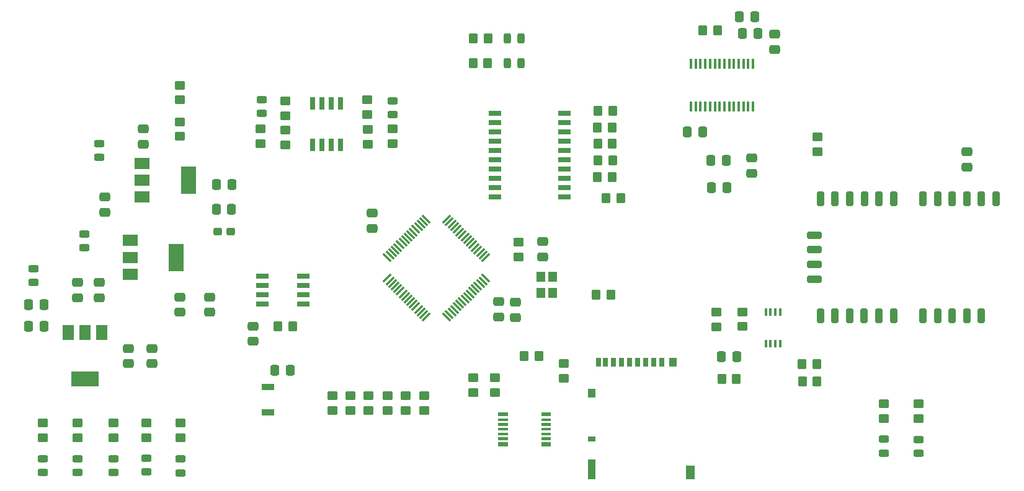
<source format=gbr>
%TF.GenerationSoftware,KiCad,Pcbnew,7.0.5*%
%TF.CreationDate,2023-09-20T17:29:03-06:00*%
%TF.ProjectId,TrustTracer_Rv1.28,54727573-7454-4726-9163-65725f527631,REV_1.28*%
%TF.SameCoordinates,Original*%
%TF.FileFunction,Paste,Top*%
%TF.FilePolarity,Positive*%
%FSLAX46Y46*%
G04 Gerber Fmt 4.6, Leading zero omitted, Abs format (unit mm)*
G04 Created by KiCad (PCBNEW 7.0.5) date 2023-09-20 17:29:03*
%MOMM*%
%LPD*%
G01*
G04 APERTURE LIST*
G04 Aperture macros list*
%AMRoundRect*
0 Rectangle with rounded corners*
0 $1 Rounding radius*
0 $2 $3 $4 $5 $6 $7 $8 $9 X,Y pos of 4 corners*
0 Add a 4 corners polygon primitive as box body*
4,1,4,$2,$3,$4,$5,$6,$7,$8,$9,$2,$3,0*
0 Add four circle primitives for the rounded corners*
1,1,$1+$1,$2,$3*
1,1,$1+$1,$4,$5*
1,1,$1+$1,$6,$7*
1,1,$1+$1,$8,$9*
0 Add four rect primitives between the rounded corners*
20,1,$1+$1,$2,$3,$4,$5,0*
20,1,$1+$1,$4,$5,$6,$7,0*
20,1,$1+$1,$6,$7,$8,$9,0*
20,1,$1+$1,$8,$9,$2,$3,0*%
%AMRotRect*
0 Rectangle, with rotation*
0 The origin of the aperture is its center*
0 $1 length*
0 $2 width*
0 $3 Rotation angle, in degrees counterclockwise*
0 Add horizontal line*
21,1,$1,$2,0,0,$3*%
G04 Aperture macros list end*
%ADD10C,0.010000*%
%ADD11RoundRect,0.243750X0.456250X-0.243750X0.456250X0.243750X-0.456250X0.243750X-0.456250X-0.243750X0*%
%ADD12RoundRect,0.250000X-0.350000X-0.450000X0.350000X-0.450000X0.350000X0.450000X-0.350000X0.450000X0*%
%ADD13RoundRect,0.250000X0.475000X-0.337500X0.475000X0.337500X-0.475000X0.337500X-0.475000X-0.337500X0*%
%ADD14R,0.450000X1.475000*%
%ADD15RoundRect,0.250000X-0.475000X0.337500X-0.475000X-0.337500X0.475000X-0.337500X0.475000X0.337500X0*%
%ADD16R,2.000000X1.500000*%
%ADD17R,2.000000X3.800000*%
%ADD18RoundRect,0.250000X0.450000X-0.350000X0.450000X0.350000X-0.450000X0.350000X-0.450000X-0.350000X0*%
%ADD19RoundRect,0.250000X-0.450000X0.350000X-0.450000X-0.350000X0.450000X-0.350000X0.450000X0.350000X0*%
%ADD20RoundRect,0.250000X0.337500X0.475000X-0.337500X0.475000X-0.337500X-0.475000X0.337500X-0.475000X0*%
%ADD21R,1.200000X1.400000*%
%ADD22R,0.700000X1.200000*%
%ADD23R,1.000000X1.200000*%
%ADD24R,1.000000X0.800000*%
%ADD25R,1.000000X2.800000*%
%ADD26R,1.300000X1.900000*%
%ADD27R,1.700000X0.900000*%
%ADD28RoundRect,0.250000X-0.337500X-0.475000X0.337500X-0.475000X0.337500X0.475000X-0.337500X0.475000X0*%
%ADD29R,1.700000X0.700000*%
%ADD30RoundRect,0.250000X0.350000X0.450000X-0.350000X0.450000X-0.350000X-0.450000X0.350000X-0.450000X0*%
%ADD31RoundRect,0.250000X-0.250000X0.750000X-0.250000X-0.750000X0.250000X-0.750000X0.250000X0.750000X0*%
%ADD32RoundRect,0.250000X0.750000X0.250000X-0.750000X0.250000X-0.750000X-0.250000X0.750000X-0.250000X0*%
%ADD33RotRect,0.300000X1.475000X315.000000*%
%ADD34RotRect,0.300000X1.475000X225.000000*%
%ADD35R,1.800000X0.650000*%
%ADD36RoundRect,0.243750X0.243750X0.456250X-0.243750X0.456250X-0.243750X-0.456250X0.243750X-0.456250X0*%
%ADD37R,1.500000X2.000000*%
%ADD38R,3.800000X2.000000*%
%ADD39RoundRect,0.250000X-0.312500X-0.275000X0.312500X-0.275000X0.312500X0.275000X-0.312500X0.275000X0*%
%ADD40R,0.400000X1.100000*%
%ADD41R,0.700000X1.700000*%
G04 APERTURE END LIST*
%TO.C,U6*%
D10*
X97700000Y-76200000D02*
X96450000Y-76200000D01*
X96450000Y-75700000D01*
X97700000Y-75700000D01*
X97700000Y-76200000D01*
G36*
X97700000Y-76200000D02*
G01*
X96450000Y-76200000D01*
X96450000Y-75700000D01*
X97700000Y-75700000D01*
X97700000Y-76200000D01*
G37*
X97700000Y-76850000D02*
X96450000Y-76850000D01*
X96450000Y-76550000D01*
X97700000Y-76550000D01*
X97700000Y-76850000D01*
G36*
X97700000Y-76850000D02*
G01*
X96450000Y-76850000D01*
X96450000Y-76550000D01*
X97700000Y-76550000D01*
X97700000Y-76850000D01*
G37*
X97700000Y-77500000D02*
X96450000Y-77500000D01*
X96450000Y-77200000D01*
X97700000Y-77200000D01*
X97700000Y-77500000D01*
G36*
X97700000Y-77500000D02*
G01*
X96450000Y-77500000D01*
X96450000Y-77200000D01*
X97700000Y-77200000D01*
X97700000Y-77500000D01*
G37*
X97700000Y-78150000D02*
X96450000Y-78150000D01*
X96450000Y-77850000D01*
X97700000Y-77850000D01*
X97700000Y-78150000D01*
G36*
X97700000Y-78150000D02*
G01*
X96450000Y-78150000D01*
X96450000Y-77850000D01*
X97700000Y-77850000D01*
X97700000Y-78150000D01*
G37*
X97700000Y-78800000D02*
X96450000Y-78800000D01*
X96450000Y-78500000D01*
X97700000Y-78500000D01*
X97700000Y-78800000D01*
G36*
X97700000Y-78800000D02*
G01*
X96450000Y-78800000D01*
X96450000Y-78500000D01*
X97700000Y-78500000D01*
X97700000Y-78800000D01*
G37*
X97700000Y-79450000D02*
X96450000Y-79450000D01*
X96450000Y-79150000D01*
X97700000Y-79150000D01*
X97700000Y-79450000D01*
G36*
X97700000Y-79450000D02*
G01*
X96450000Y-79450000D01*
X96450000Y-79150000D01*
X97700000Y-79150000D01*
X97700000Y-79450000D01*
G37*
X97700000Y-80300000D02*
X96450000Y-80300000D01*
X96450000Y-79800000D01*
X97700000Y-79800000D01*
X97700000Y-80300000D01*
G36*
X97700000Y-80300000D02*
G01*
X96450000Y-80300000D01*
X96450000Y-79800000D01*
X97700000Y-79800000D01*
X97700000Y-80300000D01*
G37*
X103550000Y-76200000D02*
X102300000Y-76200000D01*
X102300000Y-75700000D01*
X103550000Y-75700000D01*
X103550000Y-76200000D01*
G36*
X103550000Y-76200000D02*
G01*
X102300000Y-76200000D01*
X102300000Y-75700000D01*
X103550000Y-75700000D01*
X103550000Y-76200000D01*
G37*
X103550000Y-76850000D02*
X102300000Y-76850000D01*
X102300000Y-76550000D01*
X103550000Y-76550000D01*
X103550000Y-76850000D01*
G36*
X103550000Y-76850000D02*
G01*
X102300000Y-76850000D01*
X102300000Y-76550000D01*
X103550000Y-76550000D01*
X103550000Y-76850000D01*
G37*
X103550000Y-77500000D02*
X102300000Y-77500000D01*
X102300000Y-77200000D01*
X103550000Y-77200000D01*
X103550000Y-77500000D01*
G36*
X103550000Y-77500000D02*
G01*
X102300000Y-77500000D01*
X102300000Y-77200000D01*
X103550000Y-77200000D01*
X103550000Y-77500000D01*
G37*
X103550000Y-78150000D02*
X102300000Y-78150000D01*
X102300000Y-77850000D01*
X103550000Y-77850000D01*
X103550000Y-78150000D01*
G36*
X103550000Y-78150000D02*
G01*
X102300000Y-78150000D01*
X102300000Y-77850000D01*
X103550000Y-77850000D01*
X103550000Y-78150000D01*
G37*
X103550000Y-78800000D02*
X102300000Y-78800000D01*
X102300000Y-78500000D01*
X103550000Y-78500000D01*
X103550000Y-78800000D01*
G36*
X103550000Y-78800000D02*
G01*
X102300000Y-78800000D01*
X102300000Y-78500000D01*
X103550000Y-78500000D01*
X103550000Y-78800000D01*
G37*
X103550000Y-79450000D02*
X102300000Y-79450000D01*
X102300000Y-79150000D01*
X103550000Y-79150000D01*
X103550000Y-79450000D01*
G36*
X103550000Y-79450000D02*
G01*
X102300000Y-79450000D01*
X102300000Y-79150000D01*
X103550000Y-79150000D01*
X103550000Y-79450000D01*
G37*
X103550000Y-80300000D02*
X102300000Y-80300000D01*
X102300000Y-79800000D01*
X103550000Y-79800000D01*
X103550000Y-80300000D01*
G36*
X103550000Y-80300000D02*
G01*
X102300000Y-80300000D01*
X102300000Y-79800000D01*
X103550000Y-79800000D01*
X103550000Y-80300000D01*
G37*
%TD*%
D11*
%TO.C,D3*%
X42000000Y-40875000D03*
X42000000Y-39000000D03*
%TD*%
D12*
%TO.C,R30*%
X109811001Y-59629042D03*
X111811001Y-59629042D03*
%TD*%
D13*
%TO.C,C15*%
X131000000Y-43047159D03*
X131000000Y-40972159D03*
%TD*%
D11*
%TO.C,BP-ON1*%
X39000000Y-83937500D03*
X39000000Y-82062500D03*
%TD*%
D14*
%TO.C,IC1*%
X122750000Y-33938000D03*
X123400000Y-33938000D03*
X124050000Y-33938000D03*
X124700000Y-33938000D03*
X125350000Y-33938000D03*
X126000000Y-33938000D03*
X126650000Y-33938000D03*
X127300000Y-33938000D03*
X127950000Y-33938000D03*
X128600000Y-33938000D03*
X129250000Y-33938000D03*
X129900000Y-33938000D03*
X130550000Y-33938000D03*
X131200000Y-33938000D03*
X131200000Y-28062000D03*
X130550000Y-28062000D03*
X129900000Y-28062000D03*
X129250000Y-28062000D03*
X128600000Y-28062000D03*
X127950000Y-28062000D03*
X127300000Y-28062000D03*
X126650000Y-28062000D03*
X126000000Y-28062000D03*
X125350000Y-28062000D03*
X124700000Y-28062000D03*
X124050000Y-28062000D03*
X123400000Y-28062000D03*
X122750000Y-28062000D03*
%TD*%
D13*
%TO.C,C6*%
X48000000Y-39037500D03*
X48000000Y-36962500D03*
%TD*%
%TO.C,C20*%
X96472389Y-62686396D03*
X96472389Y-60611396D03*
%TD*%
D15*
%TO.C,C24*%
X39000000Y-57962500D03*
X39000000Y-60037500D03*
%TD*%
D16*
%TO.C,U4*%
X46181496Y-52230884D03*
X46181496Y-54530884D03*
D17*
X52481496Y-54530884D03*
D16*
X46181496Y-56830884D03*
%TD*%
D12*
%TO.C,R16*%
X126934440Y-71153992D03*
X128934440Y-71153992D03*
%TD*%
D11*
%TO.C,D5*%
X149073208Y-81288318D03*
X149073208Y-79413318D03*
%TD*%
D13*
%TO.C,C4*%
X49191666Y-69066508D03*
X49191666Y-66991508D03*
%TD*%
D12*
%TO.C,R11*%
X100000000Y-68000000D03*
X102000000Y-68000000D03*
%TD*%
D18*
%TO.C,R7*%
X140053600Y-40055200D03*
X140053600Y-38055200D03*
%TD*%
D19*
%TO.C,R9*%
X96000000Y-71000000D03*
X96000000Y-73000000D03*
%TD*%
D20*
%TO.C,C7*%
X60062233Y-44612962D03*
X57987233Y-44612962D03*
%TD*%
D21*
%TO.C,Y1*%
X102221424Y-57157236D03*
X102221424Y-59357236D03*
X103821424Y-59357236D03*
X103821424Y-57157236D03*
%TD*%
D22*
%TO.C,J9*%
X118761228Y-68841683D03*
X117661228Y-68841683D03*
X116561228Y-68841683D03*
X115461228Y-68841683D03*
X114361228Y-68841683D03*
X113261228Y-68841683D03*
X112161228Y-68841683D03*
X111061228Y-68841683D03*
X110111228Y-68841683D03*
D23*
X120311228Y-68841683D03*
X109161228Y-73141683D03*
D24*
X109161228Y-79341683D03*
D25*
X109161228Y-83491683D03*
D26*
X122661228Y-83941683D03*
%TD*%
D27*
%TO.C,SW1*%
X65000000Y-75700000D03*
X65000000Y-72300000D03*
%TD*%
D11*
%TO.C,D2*%
X33000000Y-57937500D03*
X33000000Y-56062500D03*
%TD*%
D18*
%TO.C,RBT6*%
X76265800Y-75478360D03*
X76265800Y-73478360D03*
%TD*%
D12*
%TO.C,R4*%
X109982237Y-36796808D03*
X111982237Y-36796808D03*
%TD*%
D28*
%TO.C,C12*%
X126896940Y-68153992D03*
X128971940Y-68153992D03*
%TD*%
%TO.C,C16*%
X129355653Y-21641078D03*
X131430653Y-21641078D03*
%TD*%
%TO.C,C19*%
X122267928Y-37393153D03*
X124342928Y-37393153D03*
%TD*%
D15*
%TO.C,C10*%
X160397770Y-40101373D03*
X160397770Y-42176373D03*
%TD*%
D29*
%TO.C,U7*%
X69800000Y-60905000D03*
X69800000Y-59635000D03*
X69800000Y-58365000D03*
X69800000Y-57095000D03*
X64200000Y-57095000D03*
X64200000Y-58365000D03*
X64200000Y-59635000D03*
X64200000Y-60905000D03*
%TD*%
D19*
%TO.C,RLED3*%
X64000000Y-37000000D03*
X64000000Y-39000000D03*
%TD*%
D11*
%TO.C,D8*%
X53040590Y-84000000D03*
X53040590Y-82125000D03*
%TD*%
D18*
%TO.C,R26*%
X99168601Y-54451347D03*
X99168601Y-52451347D03*
%TD*%
D19*
%TO.C,R12*%
X105341916Y-69066004D03*
X105341916Y-71066004D03*
%TD*%
%TO.C,RLED4*%
X82000000Y-37000000D03*
X82000000Y-39000000D03*
%TD*%
D28*
%TO.C,C14*%
X125537487Y-45000000D03*
X127612487Y-45000000D03*
%TD*%
D18*
%TO.C,R5*%
X153838608Y-76548118D03*
X153838608Y-74548118D03*
%TD*%
D12*
%TO.C,R23*%
X109992699Y-43604547D03*
X111992699Y-43604547D03*
%TD*%
%TO.C,R29*%
X137934440Y-69153992D03*
X139934440Y-69153992D03*
%TD*%
D19*
%TO.C,R2*%
X53000000Y-31000000D03*
X53000000Y-33000000D03*
%TD*%
%TO.C,R14*%
X53040589Y-77196217D03*
X53040589Y-79196217D03*
%TD*%
D12*
%TO.C,R19*%
X110034402Y-41310517D03*
X112034402Y-41310517D03*
%TD*%
D16*
%TO.C,U2*%
X47850000Y-41700000D03*
X47850000Y-44000000D03*
X47850000Y-46300000D03*
D17*
X54150000Y-44000000D03*
%TD*%
D13*
%TO.C,C21*%
X79215158Y-50580616D03*
X79215158Y-48505616D03*
%TD*%
D12*
%TO.C,R25*%
X111173886Y-46457477D03*
X113173886Y-46457477D03*
%TD*%
D30*
%TO.C,R24*%
X126384416Y-23463047D03*
X124384416Y-23463047D03*
%TD*%
D18*
%TO.C,RBT2*%
X86322500Y-75478360D03*
X86322500Y-73478360D03*
%TD*%
D12*
%TO.C,R18*%
X110019354Y-39021716D03*
X112019354Y-39021716D03*
%TD*%
D31*
%TO.C,U3*%
X164400000Y-46500000D03*
X162400000Y-46500000D03*
X160400000Y-46500000D03*
X158400000Y-46500000D03*
X156400000Y-46500000D03*
X154400000Y-46500000D03*
X150410000Y-46500000D03*
X148410000Y-46500000D03*
X146410000Y-46500000D03*
X144410000Y-46500000D03*
X142410000Y-46500000D03*
X140410000Y-46500000D03*
X140400000Y-62520000D03*
X142400000Y-62520000D03*
X144400000Y-62520000D03*
X146400000Y-62520000D03*
X148400000Y-62520000D03*
X150400000Y-62520000D03*
X154400000Y-62520000D03*
X156400000Y-62520000D03*
X158400000Y-62520000D03*
X160400000Y-62520000D03*
X162400000Y-62520000D03*
D32*
X139600000Y-51500000D03*
X139600000Y-53500000D03*
X139600000Y-55500000D03*
X139600000Y-57500000D03*
%TD*%
D19*
%TO.C,R27*%
X126195256Y-62040556D03*
X126195256Y-64040556D03*
%TD*%
D33*
%TO.C,IC3*%
X94709029Y-54594272D03*
X94355476Y-54240718D03*
X94001922Y-53887165D03*
X93648369Y-53533612D03*
X93294816Y-53180058D03*
X92941262Y-52826505D03*
X92587709Y-52472951D03*
X92234155Y-52119398D03*
X91880602Y-51765845D03*
X91527049Y-51412291D03*
X91173495Y-51058738D03*
X90819942Y-50705184D03*
X90466388Y-50351631D03*
X90112835Y-49998078D03*
X89759282Y-49644524D03*
X89405728Y-49290971D03*
D34*
X86594272Y-49290971D03*
X86240718Y-49644524D03*
X85887165Y-49998078D03*
X85533612Y-50351631D03*
X85180058Y-50705184D03*
X84826505Y-51058738D03*
X84472951Y-51412291D03*
X84119398Y-51765845D03*
X83765845Y-52119398D03*
X83412291Y-52472951D03*
X83058738Y-52826505D03*
X82705184Y-53180058D03*
X82351631Y-53533612D03*
X81998078Y-53887165D03*
X81644524Y-54240718D03*
X81290971Y-54594272D03*
D33*
X81290971Y-57405728D03*
X81644524Y-57759282D03*
X81998078Y-58112835D03*
X82351631Y-58466388D03*
X82705184Y-58819942D03*
X83058738Y-59173495D03*
X83412291Y-59527049D03*
X83765845Y-59880602D03*
X84119398Y-60234155D03*
X84472951Y-60587709D03*
X84826505Y-60941262D03*
X85180058Y-61294816D03*
X85533612Y-61648369D03*
X85887165Y-62001922D03*
X86240718Y-62355476D03*
X86594272Y-62709029D03*
D34*
X89405728Y-62709029D03*
X89759282Y-62355476D03*
X90112835Y-62001922D03*
X90466388Y-61648369D03*
X90819942Y-61294816D03*
X91173495Y-60941262D03*
X91527049Y-60587709D03*
X91880602Y-60234155D03*
X92234155Y-59880602D03*
X92587709Y-59527049D03*
X92941262Y-59173495D03*
X93294816Y-58819942D03*
X93648369Y-58466388D03*
X94001922Y-58112835D03*
X94355476Y-57759282D03*
X94709029Y-57405728D03*
%TD*%
D15*
%TO.C,C27*%
X57000000Y-59962500D03*
X57000000Y-62037500D03*
%TD*%
D11*
%TO.C,D7*%
X48364177Y-83892062D03*
X48364177Y-82017062D03*
%TD*%
D35*
%TO.C,IC2*%
X96000000Y-34840000D03*
X96000000Y-36110000D03*
X96000000Y-37380000D03*
X96000000Y-38650000D03*
X96000000Y-39920000D03*
X96000000Y-41190000D03*
X96000000Y-42460000D03*
X96000000Y-43730000D03*
X96000000Y-45000000D03*
X96000000Y-46270000D03*
X105450000Y-46270000D03*
X105450000Y-45000000D03*
X105450000Y-43730000D03*
X105450000Y-42460000D03*
X105450000Y-41190000D03*
X105450000Y-39920000D03*
X105450000Y-38650000D03*
X105450000Y-37380000D03*
X105450000Y-36110000D03*
X105450000Y-34840000D03*
%TD*%
D19*
%TO.C,R28*%
X129804743Y-62000000D03*
X129804743Y-64000000D03*
%TD*%
D13*
%TO.C,C3*%
X45928172Y-69067288D03*
X45928172Y-66992288D03*
%TD*%
D20*
%TO.C,C1*%
X34412792Y-61000000D03*
X32337792Y-61000000D03*
%TD*%
D15*
%TO.C,C5*%
X42758298Y-46276916D03*
X42758298Y-48351916D03*
%TD*%
D11*
%TO.C,IGNI1*%
X64134000Y-34880300D03*
X64134000Y-33005300D03*
%TD*%
D19*
%TO.C,R32*%
X67406699Y-33147350D03*
X67406699Y-35147350D03*
%TD*%
D11*
%TO.C,TV_ON1*%
X34287725Y-83937500D03*
X34287725Y-82062500D03*
%TD*%
%TO.C,BP-ON2*%
X43882226Y-83937500D03*
X43882226Y-82062500D03*
%TD*%
D19*
%TO.C,R13*%
X48376425Y-77187349D03*
X48376425Y-79187349D03*
%TD*%
D12*
%TO.C,R17*%
X137943356Y-71474852D03*
X139943356Y-71474852D03*
%TD*%
D36*
%TO.C,D11*%
X99523161Y-27982429D03*
X97648161Y-27982429D03*
%TD*%
D11*
%TO.C,D1*%
X39906176Y-53240818D03*
X39906176Y-51365818D03*
%TD*%
D12*
%TO.C,R20*%
X93000000Y-28000000D03*
X95000000Y-28000000D03*
%TD*%
D15*
%TO.C,C25*%
X42000000Y-58000000D03*
X42000000Y-60075000D03*
%TD*%
D37*
%TO.C,U1*%
X42300000Y-64850000D03*
X40000000Y-64850000D03*
D38*
X40000000Y-71150000D03*
D37*
X37700000Y-64850000D03*
%TD*%
D28*
%TO.C,C17*%
X129772500Y-23911202D03*
X131847500Y-23911202D03*
%TD*%
D39*
%TO.C,C9*%
X58150000Y-51000000D03*
X59925000Y-51000000D03*
%TD*%
D30*
%TO.C,R15*%
X68355600Y-64000000D03*
X66355600Y-64000000D03*
%TD*%
D13*
%TO.C,C18*%
X134135062Y-26099014D03*
X134135062Y-24024014D03*
%TD*%
D11*
%TO.C,D4*%
X153838608Y-81308118D03*
X153838608Y-79433118D03*
%TD*%
D40*
%TO.C,U5*%
X134909440Y-62003992D03*
X134259440Y-62003992D03*
X133609440Y-62003992D03*
X132959440Y-62003992D03*
X132959440Y-66303992D03*
X133609440Y-66303992D03*
X134259440Y-66303992D03*
X134909440Y-66303992D03*
%TD*%
D18*
%TO.C,RBT5*%
X78719900Y-75478360D03*
X78719900Y-73478360D03*
%TD*%
D12*
%TO.C,R1*%
X110059588Y-34528668D03*
X112059588Y-34528668D03*
%TD*%
D18*
%TO.C,RBT3*%
X83788300Y-75478360D03*
X83788300Y-73478360D03*
%TD*%
D36*
%TO.C,D12*%
X99531261Y-24640929D03*
X97656261Y-24640929D03*
%TD*%
D18*
%TO.C,RBT4*%
X81322500Y-75478360D03*
X81322500Y-73478360D03*
%TD*%
D28*
%TO.C,C13*%
X125449027Y-41301983D03*
X127524027Y-41301983D03*
%TD*%
D18*
%TO.C,RLED1*%
X34294636Y-79181350D03*
X34294636Y-77181350D03*
%TD*%
D11*
%TO.C,IGNI2*%
X82029400Y-35031900D03*
X82029400Y-33156900D03*
%TD*%
D19*
%TO.C,R31*%
X78573508Y-33019926D03*
X78573508Y-35019926D03*
%TD*%
%TO.C,RPD1*%
X67380599Y-37163750D03*
X67380599Y-39163750D03*
%TD*%
D13*
%TO.C,C22*%
X102467540Y-54453522D03*
X102467540Y-52378522D03*
%TD*%
D19*
%TO.C,RPD2*%
X78632208Y-37043026D03*
X78632208Y-39043026D03*
%TD*%
D18*
%TO.C,RBT7*%
X73776800Y-75478360D03*
X73776800Y-73478360D03*
%TD*%
D19*
%TO.C,R3*%
X53000000Y-36000000D03*
X53000000Y-38000000D03*
%TD*%
%TO.C,R10*%
X93000000Y-71000000D03*
X93000000Y-73000000D03*
%TD*%
D12*
%TO.C,R21*%
X93050105Y-24626259D03*
X95050105Y-24626259D03*
%TD*%
D18*
%TO.C,RLED5*%
X43904277Y-79203476D03*
X43904277Y-77203476D03*
%TD*%
D20*
%TO.C,C2*%
X34412792Y-64000000D03*
X32337792Y-64000000D03*
%TD*%
D41*
%TO.C,MOS1*%
X71095000Y-39124000D03*
X72365000Y-39124000D03*
X73635000Y-39124000D03*
X74905000Y-39124000D03*
X74905000Y-33524000D03*
X73635000Y-33524000D03*
X72365000Y-33524000D03*
X71095000Y-33524000D03*
%TD*%
D18*
%TO.C,RLED2*%
X39018464Y-79203476D03*
X39018464Y-77203476D03*
%TD*%
D15*
%TO.C,C26*%
X53000000Y-59962500D03*
X53000000Y-62037500D03*
%TD*%
D13*
%TO.C,C11*%
X63000000Y-66037500D03*
X63000000Y-63962500D03*
%TD*%
D20*
%TO.C,C8*%
X60037500Y-48000000D03*
X57962500Y-48000000D03*
%TD*%
%TO.C,C28*%
X68037500Y-70000000D03*
X65962500Y-70000000D03*
%TD*%
D15*
%TO.C,C23*%
X98749140Y-60672230D03*
X98749140Y-62747230D03*
%TD*%
D18*
%TO.C,R6*%
X149078608Y-76548118D03*
X149078608Y-74548118D03*
%TD*%
M02*

</source>
